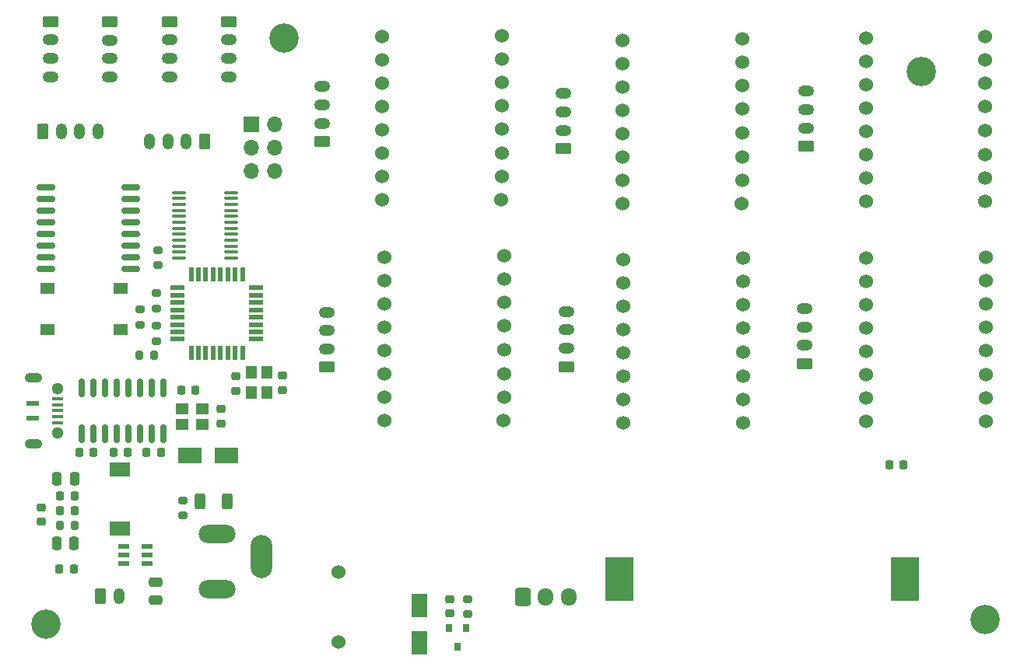
<source format=gbr>
%TF.GenerationSoftware,KiCad,Pcbnew,(6.0.6)*%
%TF.CreationDate,2022-07-28T15:02:35+08:00*%
%TF.ProjectId,Motor_clock,4d6f746f-725f-4636-9c6f-636b2e6b6963,rev?*%
%TF.SameCoordinates,Original*%
%TF.FileFunction,Soldermask,Top*%
%TF.FilePolarity,Negative*%
%FSLAX46Y46*%
G04 Gerber Fmt 4.6, Leading zero omitted, Abs format (unit mm)*
G04 Created by KiCad (PCBNEW (6.0.6)) date 2022-07-28 15:02:35*
%MOMM*%
%LPD*%
G01*
G04 APERTURE LIST*
G04 Aperture macros list*
%AMRoundRect*
0 Rectangle with rounded corners*
0 $1 Rounding radius*
0 $2 $3 $4 $5 $6 $7 $8 $9 X,Y pos of 4 corners*
0 Add a 4 corners polygon primitive as box body*
4,1,4,$2,$3,$4,$5,$6,$7,$8,$9,$2,$3,0*
0 Add four circle primitives for the rounded corners*
1,1,$1+$1,$2,$3*
1,1,$1+$1,$4,$5*
1,1,$1+$1,$6,$7*
1,1,$1+$1,$8,$9*
0 Add four rect primitives between the rounded corners*
20,1,$1+$1,$2,$3,$4,$5,0*
20,1,$1+$1,$4,$5,$6,$7,0*
20,1,$1+$1,$6,$7,$8,$9,0*
20,1,$1+$1,$8,$9,$2,$3,0*%
G04 Aperture macros list end*
%ADD10R,1.250000X0.590000*%
%ADD11R,3.150000X4.780000*%
%ADD12RoundRect,0.225000X-0.225000X-0.250000X0.225000X-0.250000X0.225000X0.250000X-0.225000X0.250000X0*%
%ADD13RoundRect,0.225000X0.225000X0.250000X-0.225000X0.250000X-0.225000X-0.250000X0.225000X-0.250000X0*%
%ADD14RoundRect,0.225000X0.250000X-0.225000X0.250000X0.225000X-0.250000X0.225000X-0.250000X-0.225000X0*%
%ADD15RoundRect,0.250000X0.250000X0.475000X-0.250000X0.475000X-0.250000X-0.475000X0.250000X-0.475000X0*%
%ADD16RoundRect,0.250000X0.475000X-0.250000X0.475000X0.250000X-0.475000X0.250000X-0.475000X-0.250000X0*%
%ADD17RoundRect,0.218750X-0.256250X0.218750X-0.256250X-0.218750X0.256250X-0.218750X0.256250X0.218750X0*%
%ADD18RoundRect,0.250000X-0.600000X-0.725000X0.600000X-0.725000X0.600000X0.725000X-0.600000X0.725000X0*%
%ADD19O,1.700000X1.950000*%
%ADD20RoundRect,0.249999X-0.350001X-0.625001X0.350001X-0.625001X0.350001X0.625001X-0.350001X0.625001X0*%
%ADD21O,1.200000X1.750000*%
%ADD22R,1.700000X1.700000*%
%ADD23O,1.700000X1.700000*%
%ADD24RoundRect,0.249999X0.625001X-0.350001X0.625001X0.350001X-0.625001X0.350001X-0.625001X-0.350001X0*%
%ADD25O,1.750000X1.200000*%
%ADD26R,2.200000X1.500000*%
%ADD27RoundRect,0.200000X-0.275000X0.200000X-0.275000X-0.200000X0.275000X-0.200000X0.275000X0.200000X0*%
%ADD28RoundRect,0.200000X0.275000X-0.200000X0.275000X0.200000X-0.275000X0.200000X-0.275000X-0.200000X0*%
%ADD29RoundRect,0.200000X-0.200000X-0.275000X0.200000X-0.275000X0.200000X0.275000X-0.200000X0.275000X0*%
%ADD30RoundRect,0.200000X0.200000X0.275000X-0.200000X0.275000X-0.200000X-0.275000X0.200000X-0.275000X0*%
%ADD31R,1.550000X1.300000*%
%ADD32R,0.550000X1.600000*%
%ADD33R,1.600000X0.550000*%
%ADD34R,1.200000X1.400000*%
%ADD35C,1.524000*%
%ADD36O,4.000000X2.000000*%
%ADD37O,2.350000X4.700000*%
%ADD38C,3.200000*%
%ADD39RoundRect,0.249999X-0.625001X0.350001X-0.625001X-0.350001X0.625001X-0.350001X0.625001X0.350001X0*%
%ADD40RoundRect,0.249999X0.350001X0.625001X-0.350001X0.625001X-0.350001X-0.625001X0.350001X-0.625001X0*%
%ADD41RoundRect,0.100000X0.637500X0.100000X-0.637500X0.100000X-0.637500X-0.100000X0.637500X-0.100000X0*%
%ADD42RoundRect,0.150000X-0.875000X-0.150000X0.875000X-0.150000X0.875000X0.150000X-0.875000X0.150000X0*%
%ADD43RoundRect,0.225000X-0.250000X0.225000X-0.250000X-0.225000X0.250000X-0.225000X0.250000X0.225000X0*%
%ADD44R,2.500000X1.800000*%
%ADD45R,1.400000X1.200000*%
%ADD46RoundRect,0.150000X0.150000X-0.825000X0.150000X0.825000X-0.150000X0.825000X-0.150000X-0.825000X0*%
%ADD47R,1.250000X0.400000*%
%ADD48C,1.300000*%
%ADD49R,1.350000X0.600000*%
%ADD50O,1.900000X1.070000*%
%ADD51R,1.800000X2.500000*%
%ADD52R,0.800000X0.900000*%
%ADD53RoundRect,0.250000X0.312500X0.625000X-0.312500X0.625000X-0.312500X-0.625000X0.312500X-0.625000X0*%
G04 APERTURE END LIST*
D10*
%TO.C,VR1*%
X124155000Y-117850000D03*
X124155000Y-116900000D03*
X124155000Y-115950000D03*
X121645000Y-115950000D03*
X121645000Y-116900000D03*
X121645000Y-117850000D03*
%TD*%
D11*
%TO.C,BT1*%
X175564800Y-119532400D03*
X206604800Y-119532400D03*
%TD*%
D12*
%TO.C,C1*%
X204952000Y-107061000D03*
X206502000Y-107061000D03*
%TD*%
D13*
%TO.C,C2*%
X116275000Y-112100000D03*
X114725000Y-112100000D03*
%TD*%
D14*
%TO.C,C3*%
X133858000Y-99022500D03*
X133858000Y-97472500D03*
%TD*%
D13*
%TO.C,C4*%
X116275000Y-110500000D03*
X114725000Y-110500000D03*
%TD*%
D15*
%TO.C,C5*%
X116280500Y-108600000D03*
X114380500Y-108600000D03*
%TD*%
D14*
%TO.C,C6*%
X138874500Y-98933000D03*
X138874500Y-97383000D03*
%TD*%
D16*
%TO.C,C7*%
X125095000Y-121793000D03*
X125095000Y-119893000D03*
%TD*%
D13*
%TO.C,C8*%
X114625000Y-118400000D03*
X116175000Y-118400000D03*
%TD*%
D15*
%TO.C,C9*%
X116250000Y-115600000D03*
X114350000Y-115600000D03*
%TD*%
D17*
%TO.C,D1*%
X112700000Y-111712500D03*
X112700000Y-113287500D03*
%TD*%
D18*
%TO.C,J1*%
X165027600Y-121462800D03*
D19*
X167527600Y-121462800D03*
X170027600Y-121462800D03*
%TD*%
D20*
%TO.C,J3*%
X119126000Y-121412000D03*
D21*
X121126000Y-121412000D03*
%TD*%
D22*
%TO.C,J4*%
X135509000Y-69977000D03*
D23*
X138049000Y-69977000D03*
X135509000Y-72517000D03*
X138049000Y-72517000D03*
X135509000Y-75057000D03*
X138049000Y-75057000D03*
%TD*%
D24*
%TO.C,J5*%
X195707000Y-96075500D03*
D25*
X195707000Y-94075500D03*
X195707000Y-92075500D03*
X195707000Y-90075500D03*
%TD*%
D24*
%TO.C,J6*%
X143764000Y-96456500D03*
D25*
X143764000Y-94456500D03*
X143764000Y-92456500D03*
X143764000Y-90456500D03*
%TD*%
D24*
%TO.C,J7*%
X195897500Y-72390000D03*
D25*
X195897500Y-70390000D03*
X195897500Y-68390000D03*
X195897500Y-66390000D03*
%TD*%
D24*
%TO.C,J8*%
X143256000Y-71882000D03*
D25*
X143256000Y-69882000D03*
X143256000Y-67882000D03*
X143256000Y-65882000D03*
%TD*%
D24*
%TO.C,J9*%
X169799000Y-96393000D03*
D25*
X169799000Y-94393000D03*
X169799000Y-92393000D03*
X169799000Y-90393000D03*
%TD*%
D24*
%TO.C,J10*%
X169481500Y-72644000D03*
D25*
X169481500Y-70644000D03*
X169481500Y-68644000D03*
X169481500Y-66644000D03*
%TD*%
D26*
%TO.C,L1*%
X121208800Y-113998800D03*
X121208800Y-107598800D03*
%TD*%
D27*
%TO.C,R1*%
X123444000Y-90171000D03*
X123444000Y-91821000D03*
%TD*%
D28*
%TO.C,R2*%
X125399800Y-85368400D03*
X125399800Y-83718400D03*
%TD*%
%TO.C,R3*%
X125158500Y-93599000D03*
X125158500Y-91949000D03*
%TD*%
D29*
%TO.C,R4*%
X123318000Y-95123000D03*
X124968000Y-95123000D03*
%TD*%
D28*
%TO.C,R5*%
X125222000Y-90043000D03*
X125222000Y-88393000D03*
%TD*%
D27*
%TO.C,R7*%
X128041400Y-110972600D03*
X128041400Y-112622600D03*
%TD*%
D30*
%TO.C,R8*%
X116325000Y-113700000D03*
X114675000Y-113700000D03*
%TD*%
D31*
%TO.C,SW2*%
X113335000Y-87884000D03*
X121285000Y-87884000D03*
X121285000Y-92384000D03*
X113335000Y-92384000D03*
%TD*%
D32*
%TO.C,U2*%
X128962500Y-94864500D03*
X129762500Y-94864500D03*
X130562500Y-94864500D03*
X131362500Y-94864500D03*
X132162500Y-94864500D03*
X132962500Y-94864500D03*
X133762500Y-94864500D03*
X134562500Y-94864500D03*
D33*
X136012500Y-93414500D03*
X136012500Y-92614500D03*
X136012500Y-91814500D03*
X136012500Y-91014500D03*
X136012500Y-90214500D03*
X136012500Y-89414500D03*
X136012500Y-88614500D03*
X136012500Y-87814500D03*
D32*
X134562500Y-86364500D03*
X133762500Y-86364500D03*
X132962500Y-86364500D03*
X132162500Y-86364500D03*
X131362500Y-86364500D03*
X130562500Y-86364500D03*
X129762500Y-86364500D03*
X128962500Y-86364500D03*
D33*
X127512500Y-87814500D03*
X127512500Y-88614500D03*
X127512500Y-89414500D03*
X127512500Y-90214500D03*
X127512500Y-91014500D03*
X127512500Y-91814500D03*
X127512500Y-92614500D03*
X127512500Y-93414500D03*
%TD*%
D34*
%TO.C,Y1*%
X135509000Y-97050500D03*
X135509000Y-99250500D03*
X137209000Y-99250500D03*
X137209000Y-97050500D03*
%TD*%
D35*
%TO.C,U3*%
X215442800Y-102362000D03*
X215458040Y-99816920D03*
X215458040Y-97292160D03*
X215458040Y-94650560D03*
X215458040Y-92095320D03*
X215458040Y-89545160D03*
X215447880Y-86995000D03*
X215452960Y-84470240D03*
X202438000Y-102362000D03*
X202438000Y-99822000D03*
X202438000Y-97282000D03*
X202438000Y-94742000D03*
X202438000Y-92202000D03*
X202438000Y-89662000D03*
X202438000Y-87122000D03*
X202438000Y-84582000D03*
%TD*%
%TO.C,U4*%
X162991800Y-102235000D03*
X163007040Y-99689920D03*
X163007040Y-97165160D03*
X163007040Y-94523560D03*
X163007040Y-91968320D03*
X163007040Y-89418160D03*
X162996880Y-86868000D03*
X163001960Y-84343240D03*
X149987000Y-102235000D03*
X149987000Y-99695000D03*
X149987000Y-97155000D03*
X149987000Y-94615000D03*
X149987000Y-92075000D03*
X149987000Y-89535000D03*
X149987000Y-86995000D03*
X149987000Y-84455000D03*
%TD*%
%TO.C,U5*%
X215379300Y-78359000D03*
X215394540Y-75813920D03*
X215394540Y-73289160D03*
X215394540Y-70647560D03*
X215394540Y-68092320D03*
X215394540Y-65542160D03*
X215384380Y-62992000D03*
X215389460Y-60467240D03*
X202374500Y-78359000D03*
X202374500Y-75819000D03*
X202374500Y-73279000D03*
X202374500Y-70739000D03*
X202374500Y-68199000D03*
X202374500Y-65659000D03*
X202374500Y-63119000D03*
X202374500Y-60579000D03*
%TD*%
%TO.C,U6*%
X162737800Y-78232000D03*
X162753040Y-75686920D03*
X162753040Y-73162160D03*
X162753040Y-70520560D03*
X162753040Y-67965320D03*
X162753040Y-65415160D03*
X162742880Y-62865000D03*
X162747960Y-60340240D03*
X149733000Y-78232000D03*
X149733000Y-75692000D03*
X149733000Y-73152000D03*
X149733000Y-70612000D03*
X149733000Y-68072000D03*
X149733000Y-65532000D03*
X149733000Y-62992000D03*
X149733000Y-60452000D03*
%TD*%
%TO.C,U7*%
X189026800Y-102489000D03*
X189042040Y-99943920D03*
X189042040Y-97419160D03*
X189042040Y-94777560D03*
X189042040Y-92222320D03*
X189042040Y-89672160D03*
X189031880Y-87122000D03*
X189036960Y-84597240D03*
X176022000Y-102489000D03*
X176022000Y-99949000D03*
X176022000Y-97409000D03*
X176022000Y-94869000D03*
X176022000Y-92329000D03*
X176022000Y-89789000D03*
X176022000Y-87249000D03*
X176022000Y-84709000D03*
%TD*%
%TO.C,U8*%
X188899800Y-78613000D03*
X188915040Y-76067920D03*
X188915040Y-73543160D03*
X188915040Y-70901560D03*
X188915040Y-68346320D03*
X188915040Y-65796160D03*
X188904880Y-63246000D03*
X188909960Y-60721240D03*
X175895000Y-78613000D03*
X175895000Y-76073000D03*
X175895000Y-73533000D03*
X175895000Y-70993000D03*
X175895000Y-68453000D03*
X175895000Y-65913000D03*
X175895000Y-63373000D03*
X175895000Y-60833000D03*
%TD*%
D36*
%TO.C,J2*%
X131826000Y-114617500D03*
D37*
X136626000Y-117117500D03*
D36*
X131826000Y-120617500D03*
%TD*%
D38*
%TO.C,H2*%
X139065000Y-60579000D03*
%TD*%
D39*
%TO.C,J12*%
X133096000Y-58801000D03*
D25*
X133096000Y-60801000D03*
X133096000Y-62801000D03*
X133096000Y-64801000D03*
%TD*%
D39*
%TO.C,J13*%
X120142000Y-58833000D03*
D25*
X120142000Y-60833000D03*
X120142000Y-62833000D03*
X120142000Y-64833000D03*
%TD*%
D40*
%TO.C,J14*%
X130429000Y-71882000D03*
D21*
X128429000Y-71882000D03*
X126429000Y-71882000D03*
X124429000Y-71882000D03*
%TD*%
D20*
%TO.C,J15*%
X112840000Y-70739000D03*
D21*
X114840000Y-70739000D03*
X116840000Y-70739000D03*
X118840000Y-70739000D03*
%TD*%
D39*
%TO.C,J16*%
X126619000Y-58801000D03*
D25*
X126619000Y-60801000D03*
X126619000Y-62801000D03*
X126619000Y-64801000D03*
%TD*%
D39*
%TO.C,J17*%
X113665000Y-58801000D03*
D25*
X113665000Y-60801000D03*
X113665000Y-62801000D03*
X113665000Y-64801000D03*
%TD*%
D41*
%TO.C,U10*%
X133350000Y-84582000D03*
X133350000Y-83932000D03*
X133350000Y-83282000D03*
X133350000Y-82632000D03*
X133350000Y-81982000D03*
X133350000Y-81332000D03*
X133350000Y-80682000D03*
X133350000Y-80032000D03*
X133350000Y-79382000D03*
X133350000Y-78732000D03*
X133350000Y-78082000D03*
X133350000Y-77432000D03*
X127625000Y-77432000D03*
X127625000Y-78082000D03*
X127625000Y-78732000D03*
X127625000Y-79382000D03*
X127625000Y-80032000D03*
X127625000Y-80682000D03*
X127625000Y-81332000D03*
X127625000Y-81982000D03*
X127625000Y-82632000D03*
X127625000Y-83282000D03*
X127625000Y-83932000D03*
X127625000Y-84582000D03*
%TD*%
D42*
%TO.C,U1*%
X113128000Y-76835000D03*
X113128000Y-78105000D03*
X113128000Y-79375000D03*
X113128000Y-80645000D03*
X113128000Y-81915000D03*
X113128000Y-83185000D03*
X113128000Y-84455000D03*
X113128000Y-85725000D03*
X122428000Y-85725000D03*
X122428000Y-84455000D03*
X122428000Y-83185000D03*
X122428000Y-81915000D03*
X122428000Y-80645000D03*
X122428000Y-79375000D03*
X122428000Y-78105000D03*
X122428000Y-76835000D03*
%TD*%
D12*
%TO.C,C10*%
X116825000Y-105700000D03*
X118375000Y-105700000D03*
%TD*%
D13*
%TO.C,C12*%
X122075000Y-105700000D03*
X120525000Y-105700000D03*
%TD*%
D12*
%TO.C,C14*%
X127863000Y-98933000D03*
X129413000Y-98933000D03*
%TD*%
D43*
%TO.C,C13*%
X132207000Y-101028500D03*
X132207000Y-102578500D03*
%TD*%
D44*
%TO.C,D2*%
X132842000Y-106045000D03*
X128842000Y-106045000D03*
%TD*%
D12*
%TO.C,C11*%
X124125000Y-105700000D03*
X125675000Y-105700000D03*
%TD*%
D45*
%TO.C,Y2*%
X128016000Y-102665000D03*
X130216000Y-102665000D03*
X130216000Y-100965000D03*
X128016000Y-100965000D03*
%TD*%
D46*
%TO.C,U9*%
X117055000Y-103675000D03*
X118325000Y-103675000D03*
X119595000Y-103675000D03*
X120865000Y-103675000D03*
X122135000Y-103675000D03*
X123405000Y-103675000D03*
X124675000Y-103675000D03*
X125945000Y-103675000D03*
X125945000Y-98725000D03*
X124675000Y-98725000D03*
X123405000Y-98725000D03*
X122135000Y-98725000D03*
X120865000Y-98725000D03*
X119595000Y-98725000D03*
X118325000Y-98725000D03*
X117055000Y-98725000D03*
%TD*%
D47*
%TO.C,J11*%
X114427000Y-99904000D03*
X114427000Y-100554000D03*
X114427000Y-101204000D03*
X114427000Y-101854000D03*
X114427000Y-102504000D03*
D48*
X114427000Y-98779000D03*
D49*
X111752000Y-102004000D03*
X111752000Y-100404000D03*
D48*
X114427000Y-103629000D03*
D50*
X111777000Y-104804000D03*
X111777000Y-97604000D03*
%TD*%
D38*
%TO.C,H4*%
X113157000Y-124460000D03*
%TD*%
D35*
%TO.C,BZ1*%
X145034000Y-118755000D03*
X145034000Y-126355000D03*
%TD*%
D38*
%TO.C,H3*%
X215341200Y-123952000D03*
%TD*%
%TO.C,H1*%
X208432400Y-64262000D03*
%TD*%
D43*
%TO.C,C15*%
X157073600Y-121741600D03*
X157073600Y-123291600D03*
%TD*%
D51*
%TO.C,D3*%
X153847800Y-122453400D03*
X153847800Y-126453400D03*
%TD*%
D52*
%TO.C,Q1*%
X158912600Y-124891800D03*
X157012600Y-124891800D03*
X157962600Y-126891800D03*
%TD*%
D53*
%TO.C,R6*%
X132871400Y-111099600D03*
X129946400Y-111099600D03*
%TD*%
D28*
%TO.C,R9*%
X159029400Y-123367800D03*
X159029400Y-121717800D03*
%TD*%
M02*

</source>
